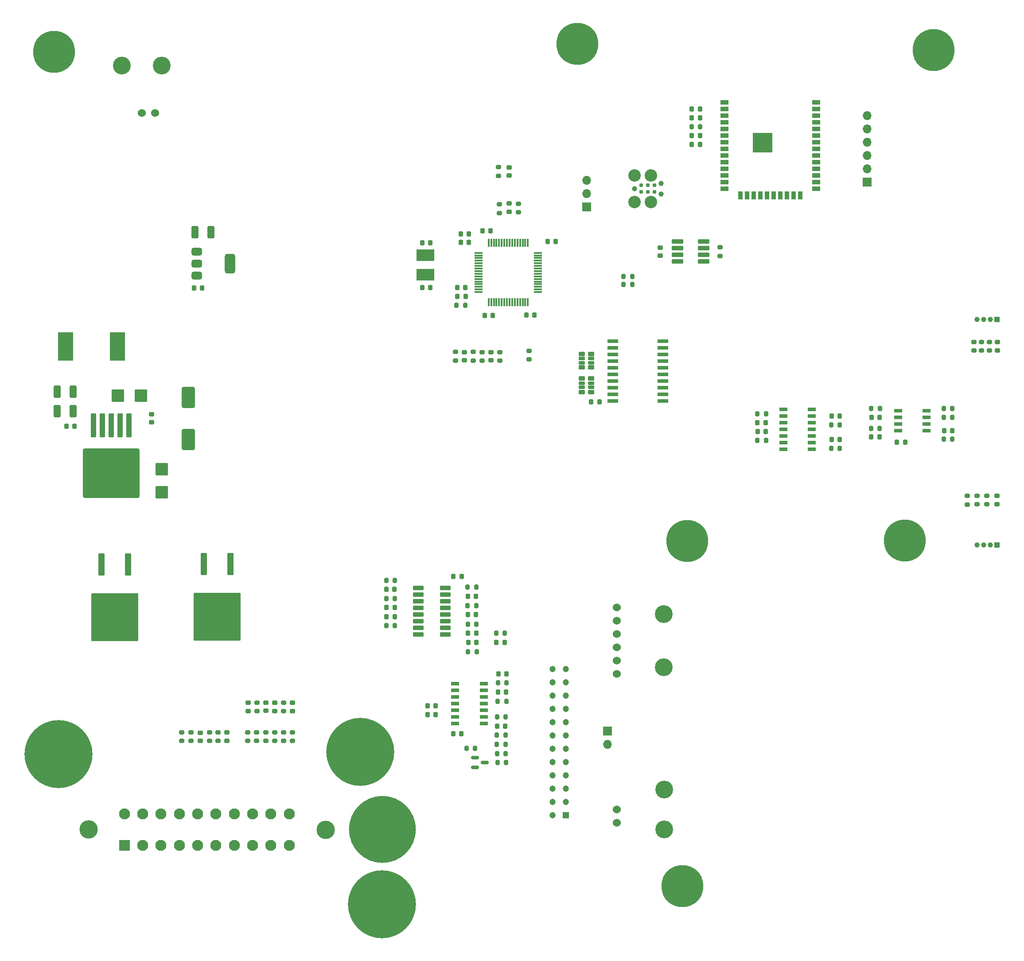
<source format=gts>
G04 #@! TF.GenerationSoftware,KiCad,Pcbnew,8.0.3*
G04 #@! TF.CreationDate,2024-08-06T18:59:45+01:00*
G04 #@! TF.ProjectId,Tesla Small Drive,5465736c-6120-4536-9d61-6c6c20447269,rev?*
G04 #@! TF.SameCoordinates,Original*
G04 #@! TF.FileFunction,Soldermask,Top*
G04 #@! TF.FilePolarity,Negative*
%FSLAX46Y46*%
G04 Gerber Fmt 4.6, Leading zero omitted, Abs format (unit mm)*
G04 Created by KiCad (PCBNEW 8.0.3) date 2024-08-06 18:59:45*
%MOMM*%
%LPD*%
G01*
G04 APERTURE LIST*
G04 Aperture macros list*
%AMRoundRect*
0 Rectangle with rounded corners*
0 $1 Rounding radius*
0 $2 $3 $4 $5 $6 $7 $8 $9 X,Y pos of 4 corners*
0 Add a 4 corners polygon primitive as box body*
4,1,4,$2,$3,$4,$5,$6,$7,$8,$9,$2,$3,0*
0 Add four circle primitives for the rounded corners*
1,1,$1+$1,$2,$3*
1,1,$1+$1,$4,$5*
1,1,$1+$1,$6,$7*
1,1,$1+$1,$8,$9*
0 Add four rect primitives between the rounded corners*
20,1,$1+$1,$2,$3,$4,$5,0*
20,1,$1+$1,$4,$5,$6,$7,0*
20,1,$1+$1,$6,$7,$8,$9,0*
20,1,$1+$1,$8,$9,$2,$3,0*%
G04 Aperture macros list end*
%ADD10C,3.400000*%
%ADD11C,1.524000*%
%ADD12RoundRect,0.225000X0.225000X0.250000X-0.225000X0.250000X-0.225000X-0.250000X0.225000X-0.250000X0*%
%ADD13RoundRect,0.102000X-0.470000X2.035000X-0.470000X-2.035000X0.470000X-2.035000X0.470000X2.035000X0*%
%ADD14RoundRect,0.102000X-4.385000X4.460000X-4.385000X-4.460000X4.385000X-4.460000X4.385000X4.460000X0*%
%ADD15RoundRect,0.200000X-0.275000X0.200000X-0.275000X-0.200000X0.275000X-0.200000X0.275000X0.200000X0*%
%ADD16RoundRect,0.200000X0.275000X-0.200000X0.275000X0.200000X-0.275000X0.200000X-0.275000X-0.200000X0*%
%ADD17RoundRect,0.200000X-0.200000X-0.275000X0.200000X-0.275000X0.200000X0.275000X-0.200000X0.275000X0*%
%ADD18RoundRect,0.225000X-0.225000X-0.250000X0.225000X-0.250000X0.225000X0.250000X-0.225000X0.250000X0*%
%ADD19RoundRect,0.225000X0.250000X-0.225000X0.250000X0.225000X-0.250000X0.225000X-0.250000X-0.225000X0*%
%ADD20RoundRect,0.200000X0.200000X0.275000X-0.200000X0.275000X-0.200000X-0.275000X0.200000X-0.275000X0*%
%ADD21RoundRect,0.150000X-0.587500X-0.150000X0.587500X-0.150000X0.587500X0.150000X-0.587500X0.150000X0*%
%ADD22C,13.000000*%
%ADD23RoundRect,0.225000X-0.250000X0.225000X-0.250000X-0.225000X0.250000X-0.225000X0.250000X0.225000X0*%
%ADD24R,1.550000X0.700000*%
%ADD25RoundRect,0.085500X0.966500X0.256500X-0.966500X0.256500X-0.966500X-0.256500X0.966500X-0.256500X0*%
%ADD26RoundRect,0.250000X-0.300000X2.050000X-0.300000X-2.050000X0.300000X-2.050000X0.300000X2.050000X0*%
%ADD27RoundRect,0.250002X-5.149998X4.449998X-5.149998X-4.449998X5.149998X-4.449998X5.149998X4.449998X0*%
%ADD28C,8.000000*%
%ADD29R,1.200000X1.200000*%
%ADD30C,1.200000*%
%ADD31R,1.528000X0.650000*%
%ADD32R,1.000000X1.000000*%
%ADD33C,1.000000*%
%ADD34RoundRect,0.250000X0.412500X0.925000X-0.412500X0.925000X-0.412500X-0.925000X0.412500X-0.925000X0*%
%ADD35RoundRect,0.100500X-0.986500X-0.301500X0.986500X-0.301500X0.986500X0.301500X-0.986500X0.301500X0*%
%ADD36R,2.900000X5.400000*%
%ADD37R,1.700000X1.700000*%
%ADD38O,1.700000X1.700000*%
%ADD39RoundRect,0.099250X-0.877750X-0.297750X0.877750X-0.297750X0.877750X0.297750X-0.877750X0.297750X0*%
%ADD40C,2.374900*%
%ADD41C,0.990600*%
%ADD42C,0.787400*%
%ADD43R,3.400000X2.250000*%
%ADD44RoundRect,0.102000X-1.100000X-1.075000X1.100000X-1.075000X1.100000X1.075000X-1.100000X1.075000X0*%
%ADD45R,1.500000X0.900000*%
%ADD46R,0.900000X1.500000*%
%ADD47C,0.600000*%
%ADD48R,3.800000X3.800000*%
%ADD49RoundRect,0.218750X0.256250X-0.218750X0.256250X0.218750X-0.256250X0.218750X-0.256250X-0.218750X0*%
%ADD50RoundRect,0.375000X-0.625000X-0.375000X0.625000X-0.375000X0.625000X0.375000X-0.625000X0.375000X0*%
%ADD51RoundRect,0.500000X-0.500000X-1.400000X0.500000X-1.400000X0.500000X1.400000X-0.500000X1.400000X0*%
%ADD52RoundRect,0.102000X-0.470000X-0.340000X0.470000X-0.340000X0.470000X0.340000X-0.470000X0.340000X0*%
%ADD53RoundRect,0.102000X-0.470000X-0.265000X0.470000X-0.265000X0.470000X0.265000X-0.470000X0.265000X0*%
%ADD54RoundRect,0.250000X1.000000X-1.750000X1.000000X1.750000X-1.000000X1.750000X-1.000000X-1.750000X0*%
%ADD55RoundRect,0.075000X-0.700000X-0.075000X0.700000X-0.075000X0.700000X0.075000X-0.700000X0.075000X0*%
%ADD56RoundRect,0.075000X-0.075000X-0.700000X0.075000X-0.700000X0.075000X0.700000X-0.075000X0.700000X0*%
%ADD57RoundRect,0.218750X-0.218750X-0.256250X0.218750X-0.256250X0.218750X0.256250X-0.218750X0.256250X0*%
%ADD58RoundRect,0.102000X-1.075000X1.100000X-1.075000X-1.100000X1.075000X-1.100000X1.075000X1.100000X0*%
%ADD59C,3.500000*%
%ADD60C,12.800000*%
%ADD61R,2.100000X2.100000*%
%ADD62C,2.100000*%
G04 APERTURE END LIST*
D10*
G04 #@! TO.C,J6*
X72510000Y-33484000D03*
X64890000Y-33484000D03*
D11*
X71240000Y-42494000D03*
X68700000Y-42494000D03*
G04 #@! TD*
D12*
G04 #@! TO.C,C50*
X175375000Y-48550000D03*
X173825000Y-48550000D03*
G04 #@! TD*
D10*
G04 #@! TO.C,J5*
X168516000Y-179410000D03*
X168516000Y-171790000D03*
D11*
X159506000Y-178140000D03*
X159506000Y-175600000D03*
G04 #@! TD*
D13*
G04 #@! TO.C,U5*
X66100000Y-128800000D03*
D14*
X63560000Y-138890000D03*
D13*
X61020000Y-128800000D03*
G04 #@! TD*
D15*
G04 #@! TO.C,R55*
X83300000Y-160875000D03*
X83300000Y-162525000D03*
G04 #@! TD*
D12*
G04 #@! TO.C,C29*
X124855000Y-157480000D03*
X123305000Y-157480000D03*
G04 #@! TD*
D16*
G04 #@! TO.C,R39*
X227700000Y-87925000D03*
X227700000Y-86275000D03*
G04 #@! TD*
D12*
G04 #@! TO.C,C16*
X147825000Y-67050000D03*
X146275000Y-67050000D03*
G04 #@! TD*
D15*
G04 #@! TO.C,R41*
X230700000Y-86275000D03*
X230700000Y-87925000D03*
G04 #@! TD*
D17*
G04 #@! TO.C,R23*
X136705000Y-166640000D03*
X138355000Y-166640000D03*
G04 #@! TD*
G04 #@! TO.C,R44*
X221975000Y-99000000D03*
X223625000Y-99000000D03*
G04 #@! TD*
G04 #@! TO.C,R51*
X173775000Y-45150000D03*
X175425000Y-45150000D03*
G04 #@! TD*
D18*
G04 #@! TO.C,C9*
X122325000Y-67350000D03*
X123875000Y-67350000D03*
G04 #@! TD*
D19*
G04 #@! TO.C,C42*
X167830000Y-69775000D03*
X167830000Y-68225000D03*
G04 #@! TD*
D18*
G04 #@! TO.C,C15*
X134225000Y-81200000D03*
X135775000Y-81200000D03*
G04 #@! TD*
D15*
G04 #@! TO.C,R50*
X226453334Y-115678334D03*
X226453334Y-117328334D03*
G04 #@! TD*
D16*
G04 #@! TO.C,R56*
X137150000Y-89850000D03*
X137150000Y-88200000D03*
G04 #@! TD*
D18*
G04 #@! TO.C,C39*
X131075000Y-141950000D03*
X132625000Y-141950000D03*
G04 #@! TD*
D20*
G04 #@! TO.C,R43*
X223625000Y-104800000D03*
X221975000Y-104800000D03*
G04 #@! TD*
D21*
G04 #@! TO.C,Q1*
X132412500Y-165700000D03*
X132412500Y-167600000D03*
X134287500Y-166650000D03*
G04 #@! TD*
D16*
G04 #@! TO.C,R13*
X89000000Y-162525000D03*
X89000000Y-160875000D03*
G04 #@! TD*
D22*
G04 #@! TO.C,H1*
X52800000Y-165000000D03*
G04 #@! TD*
D17*
G04 #@! TO.C,R22*
X130755000Y-163930000D03*
X132405000Y-163930000D03*
G04 #@! TD*
D23*
G04 #@! TO.C,C43*
X232200000Y-86325000D03*
X232200000Y-87875000D03*
G04 #@! TD*
D12*
G04 #@! TO.C,C53*
X175375000Y-43450000D03*
X173825000Y-43450000D03*
G04 #@! TD*
D20*
G04 #@! TO.C,R37*
X132625000Y-133150000D03*
X130975000Y-133150000D03*
G04 #@! TD*
D18*
G04 #@! TO.C,C30*
X136805000Y-153180000D03*
X138355000Y-153180000D03*
G04 #@! TD*
D16*
G04 #@! TO.C,R9*
X94100000Y-162525000D03*
X94100000Y-160875000D03*
G04 #@! TD*
D12*
G04 #@! TO.C,C28*
X124855000Y-155780000D03*
X123305000Y-155780000D03*
G04 #@! TD*
G04 #@! TO.C,C37*
X117010000Y-133580000D03*
X115460000Y-133580000D03*
G04 #@! TD*
D22*
G04 #@! TO.C,H3*
X114600000Y-193700000D03*
G04 #@! TD*
D24*
G04 #@! TO.C,IC1*
X191300000Y-99200000D03*
X191300000Y-100470000D03*
X191300000Y-101740000D03*
X191300000Y-103010000D03*
X191300000Y-104280000D03*
X191300000Y-105550000D03*
X191300000Y-106820000D03*
X196750000Y-106820000D03*
X196750000Y-105550000D03*
X196750000Y-104280000D03*
X196750000Y-103010000D03*
X196750000Y-101740000D03*
X196750000Y-100470000D03*
X196750000Y-99200000D03*
G04 #@! TD*
D20*
G04 #@! TO.C,R35*
X132675000Y-140200000D03*
X131025000Y-140200000D03*
G04 #@! TD*
D25*
G04 #@! TO.C,IC3*
X168302500Y-97515000D03*
X168302500Y-96245000D03*
X168302500Y-94975000D03*
X168302500Y-93705000D03*
X168302500Y-92435000D03*
X168302500Y-91165000D03*
X168302500Y-89895000D03*
X168302500Y-88625000D03*
X168302500Y-87355000D03*
X168302500Y-86085000D03*
X158772500Y-86085000D03*
X158772500Y-87355000D03*
X158772500Y-88625000D03*
X158772500Y-89895000D03*
X158772500Y-91165000D03*
X158772500Y-92435000D03*
X158772500Y-93705000D03*
X158772500Y-94975000D03*
X158772500Y-96245000D03*
X158772500Y-97515000D03*
G04 #@! TD*
D26*
G04 #@! TO.C,U1*
X66310000Y-102190000D03*
X64610000Y-102190000D03*
X62910000Y-102190000D03*
X61210000Y-102190000D03*
X59510000Y-102190000D03*
D27*
X62910000Y-111340000D03*
G04 #@! TD*
D28*
G04 #@! TO.C,H8*
X214500000Y-124200000D03*
G04 #@! TD*
D29*
G04 #@! TO.C,J3*
X149800000Y-176720000D03*
D30*
X147260000Y-176720000D03*
X149800000Y-174180000D03*
X147260000Y-174180000D03*
X149800000Y-171640000D03*
X147260000Y-171640000D03*
X149800000Y-169100000D03*
X147260000Y-169100000D03*
X149800000Y-166560000D03*
X147260000Y-166560000D03*
X149800000Y-164020000D03*
X147260000Y-164020000D03*
X149800000Y-161480000D03*
X147260000Y-161480000D03*
X149800000Y-158940000D03*
X147260000Y-158940000D03*
X149800000Y-156400000D03*
X147260000Y-156400000D03*
X149800000Y-153860000D03*
X147260000Y-153860000D03*
X149800000Y-151320000D03*
X147260000Y-151320000D03*
X149800000Y-148780000D03*
X147260000Y-148780000D03*
G04 #@! TD*
D31*
G04 #@! TO.C,IC5*
X218711000Y-103205000D03*
X218711000Y-101935000D03*
X218711000Y-100665000D03*
X218711000Y-99395000D03*
X213289000Y-99395000D03*
X213289000Y-100665000D03*
X213289000Y-101935000D03*
X213289000Y-103205000D03*
G04 #@! TD*
D18*
G04 #@! TO.C,C10*
X122325000Y-75850000D03*
X123875000Y-75850000D03*
G04 #@! TD*
D20*
G04 #@! TO.C,R16*
X138100000Y-141900000D03*
X136450000Y-141900000D03*
G04 #@! TD*
D16*
G04 #@! TO.C,R7*
X140700000Y-61525000D03*
X140700000Y-59875000D03*
G04 #@! TD*
D22*
G04 #@! TO.C,H2*
X110500000Y-164600000D03*
G04 #@! TD*
D32*
G04 #@! TO.C,IC9*
X232105000Y-125037500D03*
D33*
X230835000Y-125037500D03*
X229565000Y-125037500D03*
X228295000Y-125037500D03*
G04 #@! TD*
D15*
G04 #@! TO.C,R8*
X136900000Y-52875000D03*
X136900000Y-54525000D03*
G04 #@! TD*
D23*
G04 #@! TO.C,C22*
X130350000Y-88225000D03*
X130350000Y-89775000D03*
G04 #@! TD*
D19*
G04 #@! TO.C,C49*
X232103334Y-117245000D03*
X232103334Y-115695000D03*
G04 #@! TD*
D15*
G04 #@! TO.C,R57*
X133750000Y-88200000D03*
X133750000Y-89850000D03*
G04 #@! TD*
D34*
G04 #@! TO.C,C3*
X55607500Y-95770000D03*
X52532500Y-95770000D03*
G04 #@! TD*
D17*
G04 #@! TO.C,R32*
X115460000Y-140455000D03*
X117110000Y-140455000D03*
G04 #@! TD*
D28*
G04 #@! TO.C,H4*
X52000000Y-30800000D03*
G04 #@! TD*
D15*
G04 #@! TO.C,R12*
X78165000Y-160870000D03*
X78165000Y-162520000D03*
G04 #@! TD*
D35*
G04 #@! TO.C,IC10*
X171130000Y-67095000D03*
X171130000Y-68365000D03*
X171130000Y-69635000D03*
X171130000Y-70905000D03*
X176070000Y-70905000D03*
X176070000Y-69635000D03*
X176070000Y-68365000D03*
X176070000Y-67095000D03*
G04 #@! TD*
D19*
G04 #@! TO.C,C24*
X92420000Y-156770000D03*
X92420000Y-155220000D03*
G04 #@! TD*
D16*
G04 #@! TO.C,R49*
X228336667Y-117295000D03*
X228336667Y-115645000D03*
G04 #@! TD*
D19*
G04 #@! TO.C,C4*
X70590000Y-101655000D03*
X70590000Y-100105000D03*
G04 #@! TD*
D16*
G04 #@! TO.C,R18*
X132050000Y-89825000D03*
X132050000Y-88175000D03*
G04 #@! TD*
D36*
G04 #@! TO.C,L1*
X64100000Y-87100000D03*
X54200000Y-87100000D03*
G04 #@! TD*
D12*
G04 #@! TO.C,C40*
X132575000Y-138400000D03*
X131025000Y-138400000D03*
G04 #@! TD*
D18*
G04 #@! TO.C,C17*
X142225000Y-81100000D03*
X143775000Y-81100000D03*
G04 #@! TD*
D15*
G04 #@! TO.C,R17*
X97500000Y-160875000D03*
X97500000Y-162525000D03*
G04 #@! TD*
D37*
G04 #@! TO.C,J1*
X153700000Y-60480000D03*
D38*
X153700000Y-57940000D03*
X153700000Y-55400000D03*
G04 #@! TD*
D18*
G04 #@! TO.C,C8*
X129675000Y-65600000D03*
X131225000Y-65600000D03*
G04 #@! TD*
D15*
G04 #@! TO.C,R19*
X90700000Y-160875000D03*
X90700000Y-162525000D03*
G04 #@! TD*
D39*
G04 #@! TO.C,IC4*
X121565000Y-133310000D03*
X121565000Y-134580000D03*
X121565000Y-135850000D03*
X121565000Y-137120000D03*
X121565000Y-138390000D03*
X121565000Y-139660000D03*
X121565000Y-140930000D03*
X121565000Y-142200000D03*
X126735000Y-142200000D03*
X126735000Y-140930000D03*
X126735000Y-139660000D03*
X126735000Y-138390000D03*
X126735000Y-137120000D03*
X126735000Y-135850000D03*
X126735000Y-134580000D03*
X126735000Y-133310000D03*
G04 #@! TD*
D20*
G04 #@! TO.C,R31*
X138435000Y-151440000D03*
X136785000Y-151440000D03*
G04 #@! TD*
G04 #@! TO.C,R15*
X132725000Y-145500000D03*
X131075000Y-145500000D03*
G04 #@! TD*
D24*
G04 #@! TO.C,IC2*
X134075000Y-159207500D03*
X134075000Y-157937500D03*
X134075000Y-156667500D03*
X134075000Y-155397500D03*
X134075000Y-154127500D03*
X134075000Y-152857500D03*
X134075000Y-151587500D03*
X128625000Y-151587500D03*
X128625000Y-152857500D03*
X128625000Y-154127500D03*
X128625000Y-155397500D03*
X128625000Y-156667500D03*
X128625000Y-157937500D03*
X128625000Y-159207500D03*
G04 #@! TD*
D16*
G04 #@! TO.C,R20*
X95793750Y-162531250D03*
X95793750Y-160881250D03*
G04 #@! TD*
D17*
G04 #@! TO.C,R24*
X186375000Y-105100000D03*
X188025000Y-105100000D03*
G04 #@! TD*
D18*
G04 #@! TO.C,C12*
X129675000Y-67250000D03*
X131225000Y-67250000D03*
G04 #@! TD*
D19*
G04 #@! TO.C,C19*
X89020000Y-156795000D03*
X89020000Y-155245000D03*
G04 #@! TD*
D20*
G04 #@! TO.C,R28*
X138275000Y-157960000D03*
X136625000Y-157960000D03*
G04 #@! TD*
D18*
G04 #@! TO.C,C26*
X200525000Y-100400000D03*
X202075000Y-100400000D03*
G04 #@! TD*
G04 #@! TO.C,C20*
X131125000Y-143700000D03*
X132675000Y-143700000D03*
G04 #@! TD*
D40*
G04 #@! TO.C,J8*
X162860000Y-54425000D03*
D41*
X162860000Y-56965000D03*
D40*
X162860000Y-59505000D03*
X166035000Y-54425000D03*
X166035000Y-59505000D03*
D41*
X167940000Y-55949000D03*
X167940000Y-57981000D03*
D42*
X164130000Y-57600000D03*
X164130000Y-56330000D03*
X165400000Y-57600000D03*
X165400000Y-56330000D03*
X166670000Y-57600000D03*
X166670000Y-56330000D03*
G04 #@! TD*
D23*
G04 #@! TO.C,C18*
X79915000Y-160945000D03*
X79915000Y-162495000D03*
G04 #@! TD*
D15*
G04 #@! TO.C,R38*
X179255000Y-68210000D03*
X179255000Y-69860000D03*
G04 #@! TD*
D43*
G04 #@! TO.C,Y1*
X122950000Y-69700000D03*
X122950000Y-73400000D03*
G04 #@! TD*
D20*
G04 #@! TO.C,R30*
X138225000Y-161420000D03*
X136575000Y-161420000D03*
G04 #@! TD*
G04 #@! TO.C,R2*
X130525000Y-79300000D03*
X128875000Y-79300000D03*
G04 #@! TD*
D18*
G04 #@! TO.C,C31*
X136635000Y-159720000D03*
X138185000Y-159720000D03*
G04 #@! TD*
D15*
G04 #@! TO.C,R4*
X142700000Y-87975000D03*
X142700000Y-89625000D03*
G04 #@! TD*
D37*
G04 #@! TO.C,J9*
X157700000Y-160625000D03*
D38*
X157700000Y-163165000D03*
G04 #@! TD*
D20*
G04 #@! TO.C,R52*
X138235000Y-163140000D03*
X136585000Y-163140000D03*
G04 #@! TD*
D12*
G04 #@! TO.C,C27*
X187925000Y-101700000D03*
X186375000Y-101700000D03*
G04 #@! TD*
D44*
G04 #@! TO.C,D2*
X68543250Y-96500000D03*
X64143250Y-96500000D03*
G04 #@! TD*
D45*
G04 #@! TO.C,U4*
X180100000Y-40490000D03*
X180100000Y-41760000D03*
X180100000Y-43030000D03*
X180100000Y-44300000D03*
X180100000Y-45570000D03*
X180100000Y-46840000D03*
X180100000Y-48110000D03*
X180100000Y-49380000D03*
X180100000Y-50650000D03*
X180100000Y-51920000D03*
X180100000Y-53190000D03*
X180100000Y-54460000D03*
X180100000Y-55730000D03*
X180100000Y-57000000D03*
D46*
X183140000Y-58250000D03*
X184410000Y-58250000D03*
X185680000Y-58250000D03*
X186950000Y-58250000D03*
X188220000Y-58250000D03*
X189490000Y-58250000D03*
X190760000Y-58250000D03*
X192030000Y-58250000D03*
X193300000Y-58250000D03*
X194570000Y-58250000D03*
D45*
X197600000Y-57000000D03*
X197600000Y-55730000D03*
X197600000Y-54460000D03*
X197600000Y-53190000D03*
X197600000Y-51920000D03*
X197600000Y-50650000D03*
X197600000Y-49380000D03*
X197600000Y-48110000D03*
X197600000Y-46840000D03*
X197600000Y-45570000D03*
X197600000Y-44300000D03*
X197600000Y-43030000D03*
X197600000Y-41760000D03*
X197600000Y-40490000D03*
D47*
X185950000Y-47510000D03*
X185950000Y-48910000D03*
X186650000Y-46810000D03*
X186650000Y-48210000D03*
X186650000Y-49610000D03*
X187325000Y-47510000D03*
X187325000Y-48910000D03*
D48*
X187350000Y-48210000D03*
D47*
X188050000Y-46810000D03*
X188050000Y-48210000D03*
X188050000Y-49610000D03*
X188750000Y-47510000D03*
X188750000Y-48910000D03*
G04 #@! TD*
D20*
G04 #@! TO.C,R5*
X162425000Y-75300000D03*
X160775000Y-75300000D03*
G04 #@! TD*
D13*
G04 #@! TO.C,U6*
X85640000Y-128710000D03*
D14*
X83100000Y-138800000D03*
D13*
X80560000Y-128710000D03*
G04 #@! TD*
D49*
G04 #@! TO.C,D4*
X138900000Y-54487500D03*
X138900000Y-52912500D03*
G04 #@! TD*
D32*
G04 #@! TO.C,IC8*
X232140000Y-82000000D03*
D33*
X230870000Y-82000000D03*
X229600000Y-82000000D03*
X228330000Y-82000000D03*
G04 #@! TD*
D20*
G04 #@! TO.C,R36*
X132625000Y-136650000D03*
X130975000Y-136650000D03*
G04 #@! TD*
G04 #@! TO.C,R25*
X202125000Y-102100000D03*
X200475000Y-102100000D03*
G04 #@! TD*
D28*
G04 #@! TO.C,H9*
X173000000Y-124300000D03*
G04 #@! TD*
D17*
G04 #@! TO.C,R33*
X115435000Y-135305000D03*
X117085000Y-135305000D03*
G04 #@! TD*
D18*
G04 #@! TO.C,C48*
X208125000Y-104400000D03*
X209675000Y-104400000D03*
G04 #@! TD*
G04 #@! TO.C,C7*
X78725000Y-75950000D03*
X80275000Y-75950000D03*
G04 #@! TD*
D23*
G04 #@! TO.C,C52*
X135450000Y-88250000D03*
X135450000Y-89800000D03*
G04 #@! TD*
D28*
G04 #@! TO.C,H5*
X152000000Y-29300000D03*
G04 #@! TD*
D23*
G04 #@! TO.C,C51*
X84975000Y-160925000D03*
X84975000Y-162475000D03*
G04 #@! TD*
D50*
G04 #@! TO.C,U2*
X79250000Y-69000000D03*
X79250000Y-71300000D03*
D51*
X85550000Y-71300000D03*
D50*
X79250000Y-73600000D03*
G04 #@! TD*
D18*
G04 #@! TO.C,C36*
X115510000Y-137030000D03*
X117060000Y-137030000D03*
G04 #@! TD*
D20*
G04 #@! TO.C,R42*
X223625000Y-100700000D03*
X221975000Y-100700000D03*
G04 #@! TD*
D16*
G04 #@! TO.C,R11*
X76365000Y-162520000D03*
X76365000Y-160870000D03*
G04 #@! TD*
D52*
G04 #@! TO.C,R53*
X152810000Y-93275000D03*
D53*
X152810000Y-94150000D03*
X152810000Y-94950000D03*
D52*
X152810000Y-95825000D03*
X154590000Y-95825000D03*
D53*
X154590000Y-94950000D03*
X154590000Y-94150000D03*
D52*
X154590000Y-93275000D03*
G04 #@! TD*
D19*
G04 #@! TO.C,C11*
X94120000Y-156795000D03*
X94120000Y-155245000D03*
G04 #@! TD*
G04 #@! TO.C,C23*
X97520000Y-156795000D03*
X97520000Y-155245000D03*
G04 #@! TD*
D15*
G04 #@! TO.C,R3*
X128650000Y-88175000D03*
X128650000Y-89825000D03*
G04 #@! TD*
D12*
G04 #@! TO.C,C14*
X135375000Y-65050000D03*
X133825000Y-65050000D03*
G04 #@! TD*
D16*
G04 #@! TO.C,R48*
X230220000Y-117295000D03*
X230220000Y-115645000D03*
G04 #@! TD*
G04 #@! TO.C,R10*
X95820000Y-156845000D03*
X95820000Y-155195000D03*
G04 #@! TD*
D28*
G04 #@! TO.C,H6*
X172000000Y-190300000D03*
G04 #@! TD*
D16*
G04 #@! TO.C,R21*
X92400000Y-162525000D03*
X92400000Y-160875000D03*
G04 #@! TD*
G04 #@! TO.C,R54*
X81700000Y-162525000D03*
X81700000Y-160875000D03*
G04 #@! TD*
D17*
G04 #@! TO.C,R34*
X115435000Y-131855000D03*
X117085000Y-131855000D03*
G04 #@! TD*
D12*
G04 #@! TO.C,C5*
X55875000Y-102400000D03*
X54325000Y-102400000D03*
G04 #@! TD*
G04 #@! TO.C,C41*
X132575000Y-134900000D03*
X131025000Y-134900000D03*
G04 #@! TD*
D15*
G04 #@! TO.C,R40*
X229200000Y-86275000D03*
X229200000Y-87925000D03*
G04 #@! TD*
D18*
G04 #@! TO.C,C33*
X128250000Y-161165000D03*
X129800000Y-161165000D03*
G04 #@! TD*
D20*
G04 #@! TO.C,R27*
X138395000Y-154930000D03*
X136745000Y-154930000D03*
G04 #@! TD*
D37*
G04 #@! TO.C,J2*
X207300000Y-55750000D03*
D38*
X207300000Y-53210000D03*
X207300000Y-50670000D03*
X207300000Y-48130000D03*
X207300000Y-45590000D03*
X207300000Y-43050000D03*
G04 #@! TD*
D18*
G04 #@! TO.C,C32*
X136865000Y-149750000D03*
X138415000Y-149750000D03*
G04 #@! TD*
D54*
G04 #@! TO.C,C1*
X77590000Y-104890000D03*
X77590000Y-96890000D03*
G04 #@! TD*
D18*
G04 #@! TO.C,C38*
X128275000Y-131050000D03*
X129825000Y-131050000D03*
G04 #@! TD*
D20*
G04 #@! TO.C,R47*
X209750000Y-99000000D03*
X208100000Y-99000000D03*
G04 #@! TD*
G04 #@! TO.C,R6*
X162425000Y-73750000D03*
X160775000Y-73750000D03*
G04 #@! TD*
D55*
G04 #@! TO.C,U3*
X133083389Y-69244534D03*
X133083389Y-69744534D03*
X133083389Y-70244534D03*
X133083389Y-70744534D03*
X133083389Y-71244534D03*
X133083389Y-71744534D03*
X133083389Y-72244534D03*
X133083389Y-72744534D03*
X133083389Y-73244534D03*
X133083389Y-73744534D03*
X133083389Y-74244534D03*
X133083389Y-74744534D03*
X133083389Y-75244534D03*
X133083389Y-75744534D03*
X133083389Y-76244534D03*
X133083389Y-76744534D03*
D56*
X135008389Y-78669534D03*
X135508389Y-78669534D03*
X136008389Y-78669534D03*
X136508389Y-78669534D03*
X137008389Y-78669534D03*
X137508389Y-78669534D03*
X138008389Y-78669534D03*
X138508389Y-78669534D03*
X139008389Y-78669534D03*
X139508389Y-78669534D03*
X140008389Y-78669534D03*
X140508389Y-78669534D03*
X141008389Y-78669534D03*
X141508389Y-78669534D03*
X142008389Y-78669534D03*
X142508389Y-78669534D03*
D55*
X144433389Y-76744534D03*
X144433389Y-76244534D03*
X144433389Y-75744534D03*
X144433389Y-75244534D03*
X144433389Y-74744534D03*
X144433389Y-74244534D03*
X144433389Y-73744534D03*
X144433389Y-73244534D03*
X144433389Y-72744534D03*
X144433389Y-72244534D03*
X144433389Y-71744534D03*
X144433389Y-71244534D03*
X144433389Y-70744534D03*
X144433389Y-70244534D03*
X144433389Y-69744534D03*
X144433389Y-69244534D03*
D56*
X142508389Y-67319534D03*
X142008389Y-67319534D03*
X141508389Y-67319534D03*
X141008389Y-67319534D03*
X140508389Y-67319534D03*
X140008389Y-67319534D03*
X139508389Y-67319534D03*
X139008389Y-67319534D03*
X138508389Y-67319534D03*
X138008389Y-67319534D03*
X137508389Y-67319534D03*
X137008389Y-67319534D03*
X136508389Y-67319534D03*
X136008389Y-67319534D03*
X135508389Y-67319534D03*
X135008389Y-67319534D03*
G04 #@! TD*
D16*
G04 #@! TO.C,R14*
X90720000Y-156845000D03*
X90720000Y-155195000D03*
G04 #@! TD*
D18*
G04 #@! TO.C,C45*
X200525000Y-104900000D03*
X202075000Y-104900000D03*
G04 #@! TD*
D49*
G04 #@! TO.C,D3*
X138900000Y-61387500D03*
X138900000Y-59812500D03*
G04 #@! TD*
D12*
G04 #@! TO.C,C47*
X209700000Y-100700000D03*
X208150000Y-100700000D03*
G04 #@! TD*
D10*
G04 #@! TO.C,J7*
X168442196Y-148480000D03*
X168492196Y-138320000D03*
D11*
X159502196Y-149740000D03*
X159502196Y-147200000D03*
X159502196Y-144660000D03*
X159502196Y-142120000D03*
X159502196Y-139580000D03*
X159502196Y-137040000D03*
G04 #@! TD*
D12*
G04 #@! TO.C,C25*
X187975000Y-103400000D03*
X186425000Y-103400000D03*
G04 #@! TD*
D18*
G04 #@! TO.C,C21*
X136500000Y-143700000D03*
X138050000Y-143700000D03*
G04 #@! TD*
D17*
G04 #@! TO.C,R46*
X208075000Y-102800000D03*
X209725000Y-102800000D03*
G04 #@! TD*
D12*
G04 #@! TO.C,C34*
X156175000Y-97700000D03*
X154625000Y-97700000D03*
G04 #@! TD*
D16*
G04 #@! TO.C,R1*
X137100000Y-61625000D03*
X137100000Y-59975000D03*
G04 #@! TD*
D12*
G04 #@! TO.C,C44*
X223575000Y-103200000D03*
X222025000Y-103200000D03*
G04 #@! TD*
D34*
G04 #@! TO.C,C6*
X81927500Y-65310000D03*
X78852500Y-65310000D03*
G04 #@! TD*
G04 #@! TO.C,C2*
X55625000Y-99530000D03*
X52550000Y-99530000D03*
G04 #@! TD*
D52*
G04 #@! TO.C,R58*
X152810000Y-88575000D03*
D53*
X152810000Y-89450000D03*
X152810000Y-90250000D03*
D52*
X152810000Y-91125000D03*
X154590000Y-91125000D03*
D53*
X154590000Y-90250000D03*
X154590000Y-89450000D03*
D52*
X154590000Y-88575000D03*
G04 #@! TD*
D12*
G04 #@! TO.C,C35*
X117060000Y-138755000D03*
X115510000Y-138755000D03*
G04 #@! TD*
D20*
G04 #@! TO.C,R29*
X138255000Y-164910000D03*
X136605000Y-164910000D03*
G04 #@! TD*
D12*
G04 #@! TO.C,C54*
X175375000Y-46850000D03*
X173825000Y-46850000D03*
G04 #@! TD*
D57*
G04 #@! TO.C,L3*
X173812500Y-41750000D03*
X175387500Y-41750000D03*
G04 #@! TD*
D28*
G04 #@! TO.C,H7*
X220000000Y-30500000D03*
G04 #@! TD*
D58*
G04 #@! TO.C,D1*
X72530000Y-114963250D03*
X72530000Y-110563250D03*
G04 #@! TD*
D57*
G04 #@! TO.C,L2*
X129012500Y-77600000D03*
X130587500Y-77600000D03*
G04 #@! TD*
D20*
G04 #@! TO.C,R26*
X188025000Y-100000000D03*
X186375000Y-100000000D03*
G04 #@! TD*
D18*
G04 #@! TO.C,C13*
X129025000Y-75900000D03*
X130575000Y-75900000D03*
G04 #@! TD*
D17*
G04 #@! TO.C,R45*
X200475000Y-106600000D03*
X202125000Y-106600000D03*
G04 #@! TD*
D18*
G04 #@! TO.C,C46*
X213025000Y-105400000D03*
X214575000Y-105400000D03*
G04 #@! TD*
D59*
G04 #@! TO.C,J4*
X58600000Y-179400000D03*
X103900000Y-179500000D03*
D60*
X114700000Y-179400000D03*
D61*
X65400000Y-182500000D03*
D62*
X68900000Y-182500000D03*
X72400000Y-182500000D03*
X75900000Y-182500000D03*
X79400000Y-182500000D03*
X82900000Y-182500000D03*
X86400000Y-182500000D03*
X89900000Y-182500000D03*
X93400000Y-182500000D03*
X96900000Y-182500000D03*
X65400000Y-176500000D03*
X68900000Y-176500000D03*
X72400000Y-176500000D03*
X75900000Y-176500000D03*
X79400000Y-176500000D03*
X82900000Y-176500000D03*
X86400000Y-176500000D03*
X89900000Y-176500000D03*
X93400000Y-176500000D03*
X96900000Y-176500000D03*
G04 #@! TD*
M02*

</source>
